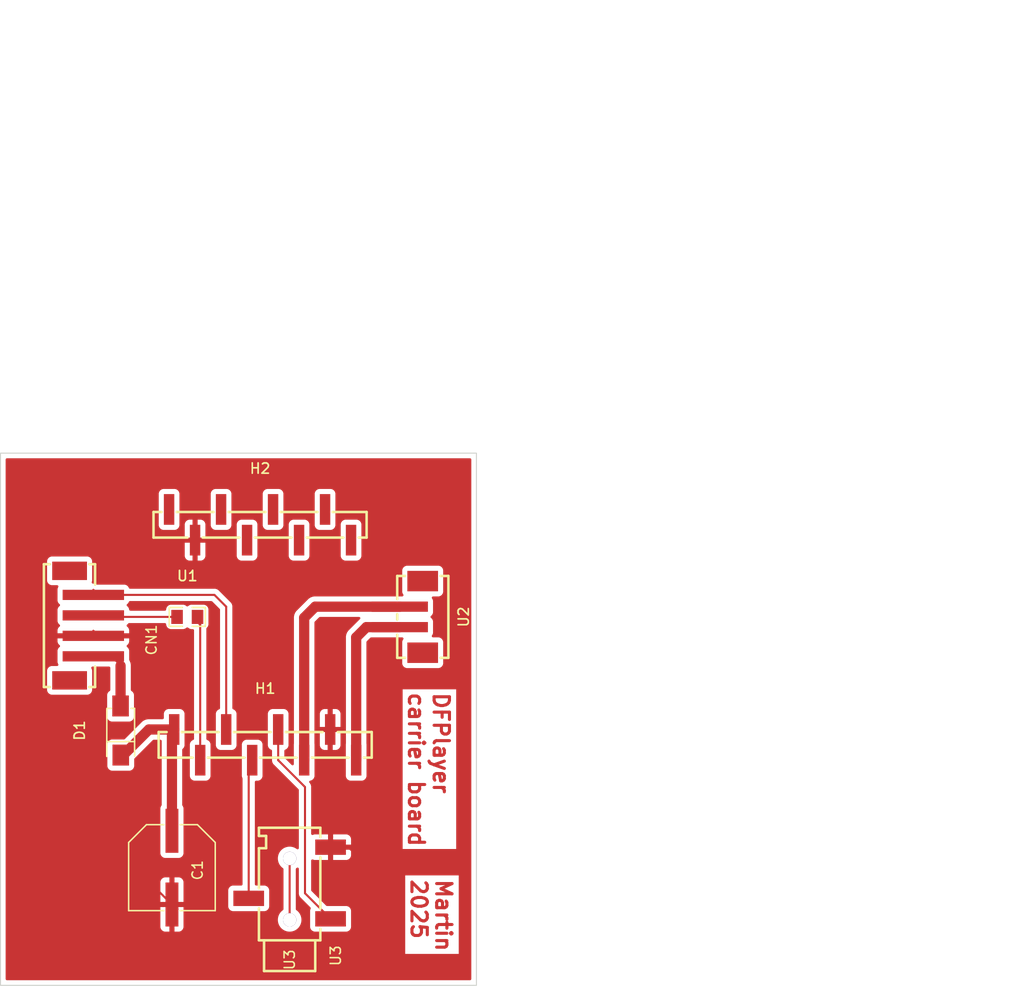
<source format=kicad_pcb>
(kicad_pcb (version 20241229) (generator "pcbnew") (generator_version "9.0")
  (layers (0 "F.Cu" signal) (2 "B.Cu" signal) (13 "F.Paste" user) (15 "B.Paste" user) (5 "F.SilkS" user "F.Silkscreen") (7 "B.SilkS" user "B.Silkscreen") (1 "F.Mask" user) (3 "B.Mask" user) (25 "Edge.Cuts" user))
  (net 0 "")
  (net 1 "_4")
  (net 2 "ADKEY_2")
  (net 3 "_6")
  (net 4 "ADKEY_1")
  (net 5 "_3")
  (net 6 "_5")
  (net 7 "IO_2")
  (net 8 "IO_1")
  (net 9 "BUSY")
  (net 10 "SPK_1")
  (net 11 "VCC")
  (net 12 "K")
  (net 13 "TX")
  (net 14 "USB_M")
  (net 15 "USB_P")
  (net 16 "net")
  (net 17 "df_header_left-RX")
  (net 18 "footprint-RX")
  (net 19 "DAC_R")
  (net 20 "DAC_L")
  (net 21 "SPK_2")
  (net 22 "GND")
  (footprint "hanxia_HX_PM2_54_1x8P_TP_H8_5_YQ:HDR-SMD_8P-P2.54-V-F-S4.7" (layer "F.Cu") (at 152.61 81 0)
    (property "Reference" "H2" (at 0 -5.5 0) (layer "F.SilkS") (hide no))
    (property "Value" "")
    (fp_line (start -10.41 -1.25) (end -10.41 1.25) (stroke (width 0.25)) (layer "F.SilkS"))
    (fp_line (start -10.41 -1.25) (end -9.63 -1.25) (stroke (width 0.25)) (layer "F.SilkS"))
    (fp_line (start -10.41 1.25) (end -7.09 1.25) (stroke (width 0.25)) (layer "F.SilkS"))
    (fp_line (start -8.15 -1.25) (end -4.55 -1.25) (stroke (width 0.25)) (layer "F.SilkS"))
    (fp_line (start -5.61 1.25) (end -2.01 1.25) (stroke (width 0.25)) (layer "F.SilkS"))
    (fp_line (start -3.07 -1.25) (end 0.53 -1.25) (stroke (width 0.25)) (layer "F.SilkS"))
    (fp_line (start -0.53 1.25) (end 3.07 1.25) (stroke (width 0.25)) (layer "F.SilkS"))
    (fp_line (start 2.01 -1.25) (end 5.61 -1.25) (stroke (width 0.25)) (layer "F.SilkS"))
    (fp_line (start 4.55 1.25) (end 8.15 1.25) (stroke (width 0.25)) (layer "F.SilkS"))
    (fp_line (start 7.09 -1.25) (end 10.41 -1.25) (stroke (width 0.25)) (layer "F.SilkS"))
    (fp_line (start 9.63 1.25) (end 10.41 1.25) (stroke (width 0.25)) (layer "F.SilkS"))
    (fp_line (start 10.41 -1.25) (end 10.41 1.25) (stroke (width 0.25)) (layer "F.SilkS"))
    (fp_text user "${REFERENCE}" (at 0 -5.5 0) (layer "F.SilkS"))
    (pad "1" smd rect (at -8.89 -1.5 0) (size 1.02 3) (layers "F.Cu" "F.Mask" "F.Paste") (net 8 "IO_1"))
    (pad "2" smd rect (at -6.35 1.5 0) (size 1.02 3) (layers "F.Cu" "F.Mask" "F.Paste") (net 22 "GND"))
    (pad "3" smd rect (at -3.81 -1.5 0) (size 1.02 3) (layers "F.Cu" "F.Mask" "F.Paste") (net 7 "IO_2"))
    (pad "4" smd rect (at -1.27 1.5 0) (size 1.02 3) (layers "F.Cu" "F.Mask" "F.Paste") (net 4 "ADKEY_1"))
    (pad "5" smd rect (at 1.27 -1.5 0) (size 1.02 3) (layers "F.Cu" "F.Mask" "F.Paste") (net 2 "ADKEY_2"))
    (pad "6" smd rect (at 3.81 1.5 0) (size 1.02 3) (layers "F.Cu" "F.Mask" "F.Paste") (net 15 "USB_P"))
    (pad "7" smd rect (at 6.35 -1.5 0) (size 1.02 3) (layers "F.Cu" "F.Mask" "F.Paste") (net 14 "USB_M"))
    (pad "8" smd rect (at 8.89 1.5 0) (size 1.02 3) (layers "F.Cu" "F.Mask" "F.Paste") (net 9 "BUSY"))
  )
  (footprint "JST_Sales_America_B4B_PH_SM4_TB_LF__SN:CONN-SMD_B4B-PH-SM4-TB-LF-SN" (layer "F.Cu") (at 135.16 90.85 -90)
    (property "Reference" "CN1" (at 1.4 -6.84 90) (layer "F.SilkS") (hide no))
    (property "Value" "")
    (fp_line (start -6 3.67) (end -6 3.09) (stroke (width 0.25)) (layer "F.SilkS"))
    (fp_line (start 6 3.67) (end -6 3.67) (stroke (width 0.25)) (layer "F.SilkS"))
    (fp_line (start 6 3.09) (end 6 3.67) (stroke (width 0.25)) (layer "F.SilkS"))
    (fp_line (start -6 -1.33) (end -6 -0.77) (stroke (width 0.25)) (layer "F.SilkS"))
    (fp_line (start -6 -1.33) (end -4 -1.33) (stroke (width 0.25)) (layer "F.SilkS"))
    (fp_line (start 4 -1.33) (end 6 -1.33) (stroke (width 0.25)) (layer "F.SilkS"))
    (fp_line (start 6 -1.33) (end 6 -0.77) (stroke (width 0.25)) (layer "F.SilkS"))
    (pad "1" smd rect (at 3 -1.16 90) (size 1 6) (layers "F.Cu" "F.Mask" "F.Paste") (net 11 "VCC"))
    (pad "2" smd rect (at 1 -1.16 90) (size 1 6) (layers "F.Cu" "F.Mask" "F.Paste") (net 22 "GND"))
    (pad "3" smd rect (at -1 -1.16 90) (size 1 6) (layers "F.Cu" "F.Mask" "F.Paste") (net 18 "footprint-RX"))
    (pad "4" smd rect (at -3 -1.16 90) (size 1 6) (layers "F.Cu" "F.Mask" "F.Paste") (net 13 "TX"))
    (pad "5" smd rect (at -5.35 1.16 270) (size 1.8 3.4) (layers "F.Cu" "F.Mask" "F.Paste") (net 6 "_5"))
    (pad "6" smd rect (at 5.35 1.16 270) (size 1.8 3.4) (layers "F.Cu" "F.Mask" "F.Paste") (net 3 "_6"))
  )
  (footprint "hongjiacheng_M1:SMA_L4.3-W2.6-LS5.0-RD" (layer "F.Cu") (at 138.99 101.1 90)
    (property "Reference" "D1" (at 0 -4.01 90) (layer "F.SilkS") (hide no))
    (property "Value" "")
    (fp_line (start -1.08 -1.36) (end -1.08 1.36) (stroke (width 0.15)) (layer "F.SilkS"))
    (fp_line (start -2.53 -1.36) (end 2.16 -1.35) (stroke (width 0.15)) (layer "F.SilkS"))
    (fp_line (start 2.16 -1.27) (end 2.16 -0.92) (stroke (width 0.15)) (layer "F.SilkS"))
    (fp_line (start 2.16 1.36) (end 2.16 1.01) (stroke (width 0.15)) (layer "F.SilkS"))
    (fp_line (start -2.5 1.36) (end 2.16 1.36) (stroke (width 0.15)) (layer "F.SilkS"))
    (fp_text user "${REFERENCE}" (at 0 -4.01 90) (layer "F.SilkS"))
    (pad "1" smd rect (at -2.4 0.01 90) (size 2.05 1.62) (layers "F.Cu" "F.Mask" "F.Paste") (net 12 "K"))
    (pad "2" smd rect (at 2.4 -0.01 270) (size 2.05 1.62) (layers "F.Cu" "F.Mask" "F.Paste") (net 11 "VCC"))
  )
  (footprint "UNI_ROYAL_0805W8F1001T5E:R0805" (layer "F.Cu") (at 145.5 90 0)
    (property "Reference" "U1" (at 0 -4 0) (layer "F.SilkS") (hide no))
    (property "Value" "")
    (fp_line (start -1.76 -0.92) (end -0.48 -0.92) (stroke (width 0.15)) (layer "F.SilkS"))
    (fp_line (start -1.76 0.92) (end -1.76 -0.92) (stroke (width 0.15)) (layer "F.SilkS"))
    (fp_line (start -0.48 0.92) (end -1.76 0.92) (stroke (width 0.15)) (layer "F.SilkS"))
    (fp_line (start 0.48 0.92) (end 1.76 0.92) (stroke (width 0.15)) (layer "F.SilkS"))
    (fp_line (start 1.76 -0.92) (end 0.48 -0.92) (stroke (width 0.15)) (layer "F.SilkS"))
    (fp_line (start 1.76 0.92) (end 1.76 -0.92) (stroke (width 0.15)) (layer "F.SilkS"))
    (fp_text user "${REFERENCE}" (at 0 -4 0) (layer "F.SilkS"))
    (pad "1" smd rect (at -1 0 0) (size 1.13 1.38) (layers "F.Cu" "F.Mask" "F.Paste") (net 18 "footprint-RX"))
    (pad "2" smd rect (at 1 0 0) (size 1.13 1.38) (layers "F.Cu" "F.Mask" "F.Paste") (net 17 "df_header_left-RX"))
  )
  (footprint "hanxia_HX_PM2_54_1x8P_TP_H8_5_YQ:HDR-SMD_8P-P2.54-V-F-S4.7" (layer "F.Cu") (at 153.11 102.5 0)
    (property "Reference" "H1" (at 0 -5.5 0) (layer "F.SilkS") (hide no))
    (property "Value" "")
    (fp_line (start -10.41 -1.25) (end -10.41 1.25) (stroke (width 0.25)) (layer "F.SilkS"))
    (fp_line (start -10.41 -1.25) (end -9.63 -1.25) (stroke (width 0.25)) (layer "F.SilkS"))
    (fp_line (start -10.41 1.25) (end -7.09 1.25) (stroke (width 0.25)) (layer "F.SilkS"))
    (fp_line (start -8.15 -1.25) (end -4.55 -1.25) (stroke (width 0.25)) (layer "F.SilkS"))
    (fp_line (start -5.61 1.25) (end -2.01 1.25) (stroke (width 0.25)) (layer "F.SilkS"))
    (fp_line (start -3.07 -1.25) (end 0.53 -1.25) (stroke (width 0.25)) (layer "F.SilkS"))
    (fp_line (start -0.53 1.25) (end 3.07 1.25) (stroke (width 0.25)) (layer "F.SilkS"))
    (fp_line (start 2.01 -1.25) (end 5.61 -1.25) (stroke (width 0.25)) (layer "F.SilkS"))
    (fp_line (start 4.55 1.25) (end 8.15 1.25) (stroke (width 0.25)) (layer "F.SilkS"))
    (fp_line (start 7.09 -1.25) (end 10.41 -1.25) (stroke (width 0.25)) (layer "F.SilkS"))
    (fp_line (start 9.63 1.25) (end 10.41 1.25) (stroke (width 0.25)) (layer "F.SilkS"))
    (fp_line (start 10.41 -1.25) (end 10.41 1.25) (stroke (width 0.25)) (layer "F.SilkS"))
    (fp_text user "${REFERENCE}" (at 0 -5.5 0) (layer "F.SilkS"))
    (pad "1" smd rect (at -8.89 -1.5 0) (size 1.02 3) (layers "F.Cu" "F.Mask" "F.Paste") (net 12 "K"))
    (pad "2" smd rect (at -6.35 1.5 0) (size 1.02 3) (layers "F.Cu" "F.Mask" "F.Paste") (net 17 "df_header_left-RX"))
    (pad "3" smd rect (at -3.81 -1.5 0) (size 1.02 3) (layers "F.Cu" "F.Mask" "F.Paste") (net 13 "TX"))
    (pad "4" smd rect (at -1.27 1.5 0) (size 1.02 3) (layers "F.Cu" "F.Mask" "F.Paste") (net 19 "DAC_R"))
    (pad "5" smd rect (at 1.27 -1.5 0) (size 1.02 3) (layers "F.Cu" "F.Mask" "F.Paste") (net 20 "DAC_L"))
    (pad "6" smd rect (at 3.81 1.5 0) (size 1.02 3) (layers "F.Cu" "F.Mask" "F.Paste") (net 10 "SPK_1"))
    (pad "7" smd rect (at 6.35 -1.5 0) (size 1.02 3) (layers "F.Cu" "F.Mask" "F.Paste") (net 22 "GND"))
    (pad "8" smd rect (at 8.89 1.5 0) (size 1.02 3) (layers "F.Cu" "F.Mask" "F.Paste") (net 21 "SPK_2"))
  )
  (footprint "JST_Sales_America_B2B_PH_SM4_TBT_LF__SN:CONN-SMD_B2B-PH-SM4-TBT-LF-SN" (layer "F.Cu") (at 167.38 90 -90)
    (property "Reference" "U2" (at 0 -5.12 90) (layer "F.SilkS") (hide no))
    (property "Value" "")
    (fp_line (start -4 1.37) (end -1.73 1.37) (stroke (width 0.25)) (layer "F.SilkS"))
    (fp_line (start -0.27 1.37) (end 0.27 1.37) (stroke (width 0.25)) (layer "F.SilkS"))
    (fp_line (start 1.73 1.37) (end 4 1.37) (stroke (width 0.25)) (layer "F.SilkS"))
    (fp_line (start 4 1.37) (end 4 0.6) (stroke (width 0.25)) (layer "F.SilkS"))
    (fp_line (start -4 0.6) (end -4 1.37) (stroke (width 0.25)) (layer "F.SilkS"))
    (fp_line (start 4 -2.86) (end 4 -3.63) (stroke (width 0.25)) (layer "F.SilkS"))
    (fp_line (start -4 -3.63) (end -4 -2.86) (stroke (width 0.25)) (layer "F.SilkS"))
    (fp_line (start -4 -3.63) (end 4 -3.63) (stroke (width 0.25)) (layer "F.SilkS"))
    (fp_text user "${REFERENCE}" (at 0 -5.12 90) (layer "F.SilkS"))
    (pad "1" smd rect (at -1 1.12 270) (size 1 5.5) (layers "F.Cu" "F.Mask" "F.Paste") (net 10 "SPK_1"))
    (pad "2" smd rect (at 1 1.12 270) (size 1 5.5) (layers "F.Cu" "F.Mask" "F.Paste") (net 21 "SPK_2"))
    (pad "3" smd rect (at 3.5 -1.12 270) (size 2 3) (layers "F.Cu" "F.Mask" "F.Paste") (net 5 "_3"))
    (pad "4" smd rect (at -3.5 -1.12 270) (size 2 3) (layers "F.Cu" "F.Mask" "F.Paste") (net 1 "_4"))
  )
  (footprint "PANASONIC_EEEFK1A471AP:CAP-SMD_BD8.0-L8.3-W8.3-LS9.9-FD" (layer "F.Cu") (at 144 114.5 -90)
    (property "Reference" "C1" (hide yes))
    (property "Value" "")
    (fp_line (start -2.46 4.23) (end -4.2 2.49) (stroke (width 0.15)) (layer "F.SilkS"))
    (fp_line (start 4.2 4.23) (end -2.46 4.23) (stroke (width 0.15)) (layer "F.SilkS"))
    (fp_line (start -4.2 2.49) (end -4.2 0.78) (stroke (width 0.15)) (layer "F.SilkS"))
    (fp_line (start 4.2 0.78) (end 4.2 4.23) (stroke (width 0.15)) (layer "F.SilkS"))
    (fp_line (start 4.2 -0.78) (end 4.2 -4.23) (stroke (width 0.15)) (layer "F.SilkS"))
    (fp_line (start -4.2 -2.49) (end -4.2 -0.78) (stroke (width 0.15)) (layer "F.SilkS"))
    (fp_line (start -2.46 -4.23) (end -4.2 -2.49) (stroke (width 0.15)) (layer "F.SilkS"))
    (fp_line (start 4.2 -4.23) (end -2.46 -4.23) (stroke (width 0.15)) (layer "F.SilkS"))
    (fp_text user "${REFERENCE}" (at 0.25 -2.5 90) (layer "F.SilkS"))
    (pad "1" smd rect (at -3.6 0 270) (size 4.3 1.26) (layers "F.Cu" "F.Mask" "F.Paste") (net 12 "K"))
    (pad "2" smd rect (at 3.6 0 270) (size 4.3 1.26) (layers "F.Cu" "F.Mask" "F.Paste") (net 22 "GND"))
  )
  (footprint "SOFNG_PJ_320B:AUDIO-SMD_PJ-320B" (layer "F.Cu") (at 155.5 116 180)
    (property "Reference" "U3" (at 0 -7.5 90) (layer "F.SilkS") (hide no))
    (property "Value" "")
    (fp_line (start 3 5.4) (end -3 5.4) (stroke (width 0.25)) (layer "F.SilkS"))
    (fp_line (start 3 4.6) (end 3 5.4) (stroke (width 0.25)) (layer "F.SilkS"))
    (fp_line (start 3 3.4) (end 2.3 3.4) (stroke (width 0.25)) (layer "F.SilkS"))
    (fp_line (start 3 -0.52) (end 3 3.4) (stroke (width 0.25)) (layer "F.SilkS"))
    (fp_line (start 3 -5.6) (end 3 -2.48) (stroke (width 0.25)) (layer "F.SilkS"))
    (fp_line (start 2.5 -5.6) (end 2.5 -8.6) (stroke (width 0.25)) (layer "F.SilkS"))
    (fp_line (start 2.3 4.6) (end 3 4.6) (stroke (width 0.25)) (layer "F.SilkS"))
    (fp_line (start 2.3 3.4) (end 2.3 4.6) (stroke (width 0.25)) (layer "F.SilkS"))
    (fp_line (start -2.5 -5.6) (end -2.5 -8.6) (stroke (width 0.25)) (layer "F.SilkS"))
    (fp_line (start -2.5 -8.6) (end 2.5 -8.6) (stroke (width 0.25)) (layer "F.SilkS"))
    (fp_line (start -3 4.48) (end -3 5.4) (stroke (width 0.25)) (layer "F.SilkS"))
    (fp_line (start -3 -2.52) (end -3 2.52) (stroke (width 0.25)) (layer "F.SilkS"))
    (fp_line (start -3 -5.6) (end 3 -5.6) (stroke (width 0.25)) (layer "F.SilkS"))
    (fp_line (start -3 -5.6) (end -3 -4.48) (stroke (width 0.25)) (layer "F.SilkS"))
    (fp_text user "${REFERENCE}" (at -4.5 -7.1 90) (layer "F.SilkS"))
    (pad "" thru_hole circle (at 0 -3.6 180) (size 1.3 1.3) (drill 1.3) (layers "*.Cu" "*.Mask") (net 16 "net"))
    (pad "" thru_hole circle (at 0 2.4 180) (size 1.3 1.3) (drill 1.3) (layers "*.Cu" "*.Mask") (net 16 "net"))
    (pad "1" smd rect (at -4 -3.5 180) (size 3 1.5) (layers "F.Cu" "F.Mask" "F.Paste") (net 20 "DAC_L"))
    (pad "2" smd rect (at 4 -1.5 180) (size 3 1.5) (layers "F.Cu" "F.Mask" "F.Paste") (net 19 "DAC_R"))
    (pad "3" smd rect (at -4 3.5 180) (size 3 1.5) (layers "F.Cu" "F.Mask" "F.Paste") (net 22 "GND"))
  )
  (zone (net 22) (net_name "GND") (layers "F.Cu") (name "GND") (connect_pads (clearance 0.5)) (min_thickness 0.25) (fill yes (thermal_gap 0.5) (thermal_bridge_width 0.5))
    (polygon (pts (xy 127.25 74) (xy 173.75 74) (xy 173.75 126) (xy 127.25 126)))
  )
  (segment (start 156.92 90.08) (end 158 89) (width 1) (net 10) (layer "F.Cu"))
  (segment (start 156.92 104) (end 156.92 90.08) (width 1) (net 10) (layer "F.Cu"))
  (segment (start 158 89) (end 166.26 89) (width 1) (net 10) (layer "F.Cu"))
  (segment (start 138.98 94.77) (end 138.98 98.7) (width 1) (net 11) (layer "F.Cu"))
  (segment (start 139 94.75) (end 138.98 94.77) (width 0.2) (net 11) (layer "F.Cu"))
  (segment (start 138.1 93.85) (end 139 94.75) (width 0.2) (net 11) (layer "F.Cu"))
  (segment (start 136.32 93.85) (end 138.1 93.85) (width 0.2) (net 11) (layer "F.Cu"))
  (segment (start 144 110.9) (end 144 101.22) (width 1) (net 12) (layer "F.Cu"))
  (segment (start 141.75 101) (end 144.22 101) (width 1) (net 12) (layer "F.Cu"))
  (segment (start 139.25 103.5) (end 141.75 101) (width 1) (net 12) (layer "F.Cu"))
  (segment (start 144 101.22) (end 144.22 101) (width 0.2) (net 12) (layer "F.Cu"))
  (segment (start 139 103.5) (end 139.25 103.5) (width 0.2) (net 12) (layer "F.Cu"))
  (segment (start 136.97 88) (end 136.32 87.35) (width 0.2) (net 13) (layer "F.Cu"))
  (segment (start 149.3 101) (end 149.3 89) (width 0.2) (net 13) (layer "F.Cu"))
  (segment (start 148.15 87.85) (end 136.32 87.85) (width 0.2) (net 13) (layer "F.Cu"))
  (segment (start 149.3 89) (end 148.15 87.85) (width 0.2) (net 13) (layer "F.Cu"))
  (segment (start 155.5 113.6) (end 155.5 119.6) (width 0.2) (net 16) (layer "F.Cu"))
  (segment (start 146.76 104) (end 146.76 90.26) (width 0.2) (net 17) (layer "F.Cu"))
  (segment (start 146.76 90.26) (end 146.5 90) (width 0.2) (net 17) (layer "F.Cu"))
  (segment (start 146.5 90) (end 146.5 90.5) (width 0.2) (net 17) (layer "F.Cu"))
  (segment (start 146.5 90.5) (end 146.76 90.76) (width 0.2) (net 17) (layer "F.Cu"))
  (segment (start 144.5 90) (end 136.47 90) (width 0.2) (net 18) (layer "F.Cu"))
  (segment (start 136.47 90) (end 136.32 89.85) (width 0.2) (net 18) (layer "F.Cu"))
  (segment (start 151.5 117.5) (end 151.5 104.34) (width 0.2) (net 19) (layer "F.Cu"))
  (segment (start 151.5 104.34) (end 151.84 104) (width 0.2) (net 19) (layer "F.Cu"))
  (segment (start 154.38 101) (end 154.38 104) (width 0.2) (net 20) (layer "F.Cu"))
  (segment (start 159.5 119.5) (end 157 117) (width 0.2) (net 20) (layer "F.Cu"))
  (segment (start 157 106.62) (end 154.38 104) (width 0.2) (net 20) (layer "F.Cu"))
  (segment (start 157 117) (end 157 106.62) (width 0.2) (net 20) (layer "F.Cu"))
  (segment (start 162 92) (end 163 91) (width 1) (net 21) (layer "F.Cu"))
  (segment (start 162 104) (end 162 92) (width 1) (net 21) (layer "F.Cu"))
  (segment (start 163 91) (end 166.26 91) (width 1) (net 21) (layer "F.Cu"))
  (segment (start 163.75 121) (end 163.75 115.5) (width 0.2) (net 22) (layer "F.Cu"))
  (segment (start 144 118.1) (end 144 121) (width 0.2) (net 22) (layer "F.Cu"))
  (segment (start 132.25 82.5) (end 131.25 83.5) (width 0.2) (net 22) (layer "F.Cu"))
  (segment (start 159.5 101.04) (end 159.46 101) (width 0.2) (net 22) (layer "F.Cu"))
  (segment (start 164 115.25) (end 161.25 112.5) (width 0.2) (net 22) (layer "F.Cu"))
  (segment (start 144 118) (end 144.551 118.551) (width 0.2) (net 22) (layer "F.Cu"))
  (segment (start 144 118.1) (end 131.5 105.6) (width 0.2) (net 22) (layer "F.Cu"))
  (segment (start 132.85 91.85) (end 136.32 91.85) (width 0.2) (net 22) (layer "F.Cu"))
  (segment (start 161.25 112.5) (end 159.901 112.5) (width 0.2) (net 22) (layer "F.Cu"))
  (segment (start 132.9 91.85) (end 136.32 91.85) (width 0.2) (net 22) (layer "F.Cu"))
  (segment (start 146.25 123.25) (end 161.5 123.25) (width 0.2) (net 22) (layer "F.Cu"))
  (segment (start 131.5 105.6) (end 131.5 93.25) (width 0.2) (net 22) (layer "F.Cu"))
  (segment (start 144 121) (end 146.25 123.25) (width 0.2) (net 22) (layer "F.Cu"))
  (segment (start 146.26 82.5) (end 132.25 82.5) (width 0.2) (net 22) (layer "F.Cu"))
  (segment (start 159.5 112.5) (end 159.5 101.04) (width 0.2) (net 22) (layer "F.Cu"))
  (segment (start 144 118.1) (end 144 118) (width 0.2) (net 22) (layer "F.Cu"))
  (segment (start 136.49 91.52) (end 136.32 91.35) (width 0.2) (net 22) (layer "F.Cu"))
  (segment (start 131.5 93.25) (end 132.9 91.85) (width 0.2) (net 22) (layer "F.Cu"))
  (segment (start 131.25 90.25) (end 132.85 91.85) (width 0.2) (net 22) (layer "F.Cu"))
  (segment (start 131.25 83.5) (end 131.25 90.25) (width 0.2) (net 22) (layer "F.Cu"))
  (segment (start 161.5 123.25) (end 163.75 121) (width 0.2) (net 22) (layer "F.Cu"))
  (segment (start 163.75 115.5) (end 164 115.25) (width 0.2) (net 22) (layer "F.Cu"))
  (gr_rect (start 127.25 74) (end 173.75 126) (stroke (width 0.1)) (fill no) (layer "Edge.Cuts"))
  (gr_text "DFPlayer\ncarrier board" (at 167 97.25 270) (layer "F.Cu") (effects (font (size 1.5 1.5) (thickness 0.3) (bold yes)) (justify left bottom)))
  (gr_text "Martin\n2025" (at 167.25 115.5 270) (layer "F.Cu") (effects (font (size 1.5 1.5) (thickness 0.3) (bold yes)) (justify left bottom)))
)
</source>
